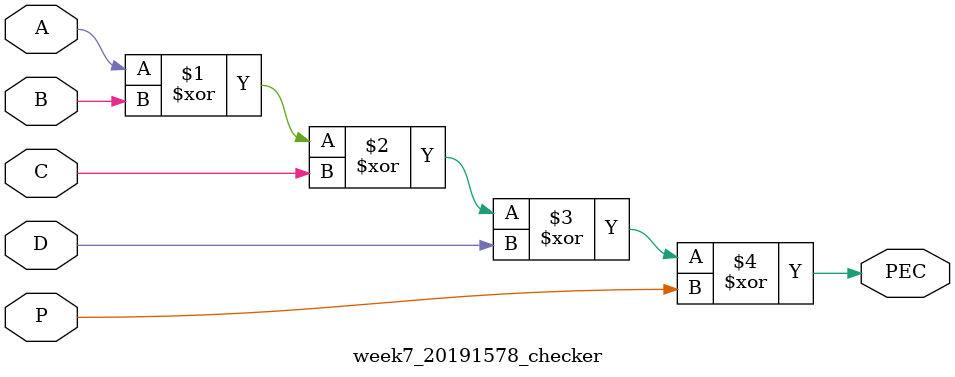
<source format=v>
`timescale 1ns / 1ps


module week7_20191578_checker(
    input A,
    input B,
    input C,
    input D,
    input P,
    output PEC
    );
    assign PEC = A^B^C^D^P;
//    assign PEC = A^~(B^C^D^P);
endmodule

</source>
